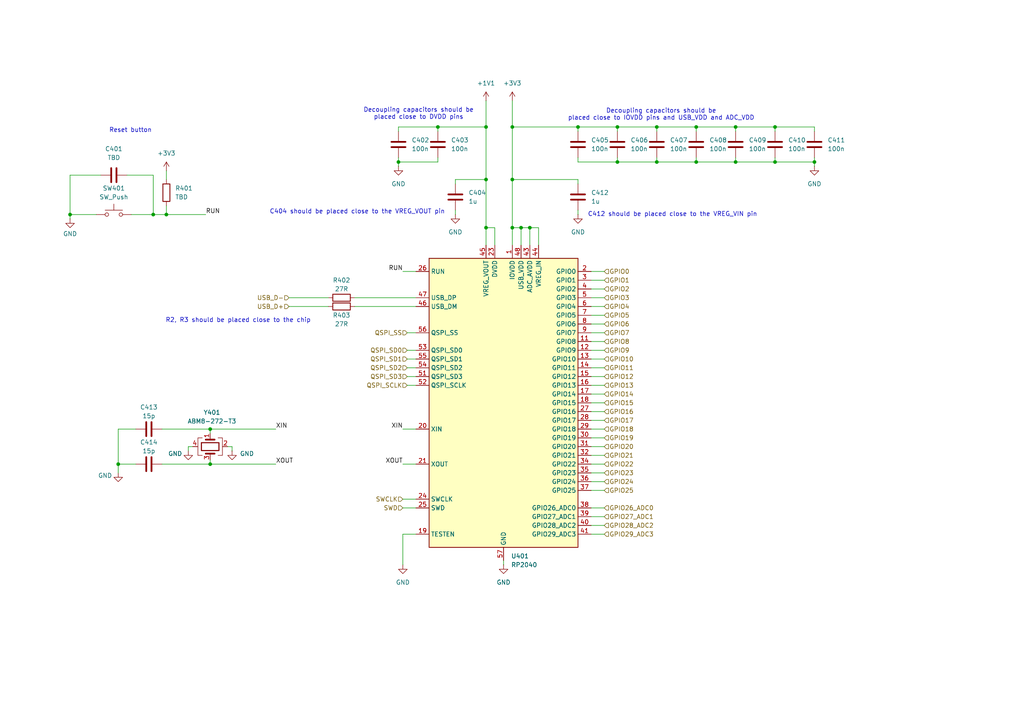
<source format=kicad_sch>
(kicad_sch (version 20231120) (generator "eeschema") (generator_version "8.0")
  (paper "A4")
  (title_block (title "rp2040"))
  (lib_symbols
    (symbol "Device:C" (pin_numbers hide) (pin_names (offset 0.254))
      (property "Reference" "C" (at 0.635 2.54 0))
      (property "Value" "C" (at 0.635 -2.54 0))
      (symbol "C_0_1"
        (polyline (pts (xy -2.032 -0.762) (xy 2.032 -0.762)) (stroke (width 0.508)))
        (polyline (pts (xy -2.032 0.762) (xy 2.032 0.762)) (stroke (width 0.508)))
      )
      (symbol "C_1_1"
        (pin passive line (at 0 3.81 270) (length 2.794) (name "~") (number "1"))
        (pin passive line (at 0 -3.81 90) (length 2.794) (name "~") (number "2"))
      )
    )
    (symbol "Device:Crystal_GND24" (pin_names (offset 1.016) hide)
      (property "Reference" "Y" (at 3.175 5.08 0))
      (property "Value" "Crystal_GND24" (at 3.175 3.175 0))
      (symbol "Crystal_GND24_0_1"
        (rectangle (start -1.143 2.54) (end 1.143 -2.54) (stroke (width 0.3048)))
        (polyline (pts (xy -2.54 0) (xy -2.032 0)))
        (polyline (pts (xy -2.032 -1.27) (xy -2.032 1.27)) (stroke (width 0.508)))
        (polyline (pts (xy 0 -3.81) (xy 0 -3.556)))
        (polyline (pts (xy 0 3.556) (xy 0 3.81)))
        (polyline (pts (xy 2.032 -1.27) (xy 2.032 1.27)) (stroke (width 0.508)))
        (polyline (pts (xy 2.032 0) (xy 2.54 0)))
        (polyline (pts (xy -2.54 -2.286) (xy -2.54 -3.556) (xy 2.54 -3.556) (xy 2.54 -2.286)))
        (polyline (pts (xy -2.54 2.286) (xy -2.54 3.556) (xy 2.54 3.556) (xy 2.54 2.286)))
      )
      (symbol "Crystal_GND24_1_1"
        (pin passive line (at -3.81 0 0) (length 1.27) (name "1") (number "1"))
        (pin passive line (at 0 5.08 270) (length 1.27) (name "2") (number "2"))
        (pin passive line (at 3.81 0 180) (length 1.27) (name "3") (number "3"))
        (pin passive line (at 0 -5.08 90) (length 1.27) (name "4") (number "4"))
      )
    )
    (symbol "Device:R" (pin_numbers hide) (pin_names (offset 0))
      (property "Reference" "R" (at 2.032 0 90))
      (property "Value" "R" (at 0 0 90))
      (symbol "R_0_1"
        (rectangle (start -1.016 -2.54) (end 1.016 2.54) (stroke (width 0.254)))
      )
      (symbol "R_1_1"
        (pin passive line (at 0 3.81 270) (length 1.27) (name "~") (number "1"))
        (pin passive line (at 0 -3.81 90) (length 1.27) (name "~") (number "2"))
      )
    )
    (symbol "MCU_RaspberryPi:RP2040"
      (property "Reference" "U" (at 17.78 45.72 0))
      (property "Value" "RP2040" (at 17.78 43.18 0))
      (symbol "RP2040_0_1"
        (rectangle (start -21.59 41.91) (end 21.59 -41.91) (stroke (width 0.254)) (fill (type background)))
      )
      (symbol "RP2040_1_1"
        (pin power_in line (at 2.54 45.72 270) (length 3.81) (name "IOVDD") (number "1"))
        (pin passive line (at 2.54 45.72 270) (length 3.81) hide (name "IOVDD") (number "10"))
        (pin bidirectional line (at 25.4 17.78 180) (length 3.81) (name "GPIO8") (number "11"))
        (pin bidirectional line (at 25.4 15.24 180) (length 3.81) (name "GPIO9") (number "12"))
        (pin bidirectional line (at 25.4 12.7 180) (length 3.81) (name "GPIO10") (number "13"))
        (pin bidirectional line (at 25.4 10.16 180) (length 3.81) (name "GPIO11") (number "14"))
        (pin bidirectional line (at 25.4 7.62 180) (length 3.81) (name "GPIO12") (number "15"))
        (pin bidirectional line (at 25.4 5.08 180) (length 3.81) (name "GPIO13") (number "16"))
        (pin bidirectional line (at 25.4 2.54 180) (length 3.81) (name "GPIO14") (number "17"))
        (pin bidirectional line (at 25.4 0 180) (length 3.81) (name "GPIO15") (number "18"))
        (pin input line (at -25.4 -38.1 0) (length 3.81) (name "TESTEN") (number "19"))
        (pin bidirectional line (at 25.4 38.1 180) (length 3.81) (name "GPIO0") (number "2"))
        (pin input line (at -25.4 -7.62 0) (length 3.81) (name "XIN") (number "20"))
        (pin passive line (at -25.4 -17.78 0) (length 3.81) (name "XOUT") (number "21"))
        (pin passive line (at 2.54 45.72 270) (length 3.81) hide (name "IOVDD") (number "22"))
        (pin power_in line (at -2.54 45.72 270) (length 3.81) (name "DVDD") (number "23"))
        (pin input line (at -25.4 -27.94 0) (length 3.81) (name "SWCLK") (number "24"))
        (pin bidirectional line (at -25.4 -30.48 0) (length 3.81) (name "SWD") (number "25"))
        (pin input line (at -25.4 38.1 0) (length 3.81) (name "RUN") (number "26"))
        (pin bidirectional line (at 25.4 -2.54 180) (length 3.81) (name "GPIO16") (number "27"))
        (pin bidirectional line (at 25.4 -5.08 180) (length 3.81) (name "GPIO17") (number "28"))
        (pin bidirectional line (at 25.4 -7.62 180) (length 3.81) (name "GPIO18") (number "29"))
        (pin bidirectional line (at 25.4 35.56 180) (length 3.81) (name "GPIO1") (number "3"))
        (pin bidirectional line (at 25.4 -10.16 180) (length 3.81) (name "GPIO19") (number "30"))
        (pin bidirectional line (at 25.4 -12.7 180) (length 3.81) (name "GPIO20") (number "31"))
        (pin bidirectional line (at 25.4 -15.24 180) (length 3.81) (name "GPIO21") (number "32"))
        (pin passive line (at 2.54 45.72 270) (length 3.81) hide (name "IOVDD") (number "33"))
        (pin bidirectional line (at 25.4 -17.78 180) (length 3.81) (name "GPIO22") (number "34"))
        (pin bidirectional line (at 25.4 -20.32 180) (length 3.81) (name "GPIO23") (number "35"))
        (pin bidirectional line (at 25.4 -22.86 180) (length 3.81) (name "GPIO24") (number "36"))
        (pin bidirectional line (at 25.4 -25.4 180) (length 3.81) (name "GPIO25") (number "37"))
        (pin bidirectional line (at 25.4 -30.48 180) (length 3.81) (name "GPIO26_ADC0") (number "38"))
        (pin bidirectional line (at 25.4 -33.02 180) (length 3.81) (name "GPIO27_ADC1") (number "39"))
        (pin bidirectional line (at 25.4 33.02 180) (length 3.81) (name "GPIO2") (number "4"))
        (pin bidirectional line (at 25.4 -35.56 180) (length 3.81) (name "GPIO28_ADC2") (number "40"))
        (pin bidirectional line (at 25.4 -38.1 180) (length 3.81) (name "GPIO29_ADC3") (number "41"))
        (pin passive line (at 2.54 45.72 270) (length 3.81) hide (name "IOVDD") (number "42"))
        (pin power_in line (at 7.62 45.72 270) (length 3.81) (name "ADC_AVDD") (number "43"))
        (pin power_in line (at 10.16 45.72 270) (length 3.81) (name "VREG_IN") (number "44"))
        (pin power_out line (at -5.08 45.72 270) (length 3.81) (name "VREG_VOUT") (number "45"))
        (pin bidirectional line (at -25.4 27.94 0) (length 3.81) (name "USB_DM") (number "46"))
        (pin bidirectional line (at -25.4 30.48 0) (length 3.81) (name "USB_DP") (number "47"))
        (pin power_in line (at 5.08 45.72 270) (length 3.81) (name "USB_VDD") (number "48"))
        (pin passive line (at 2.54 45.72 270) (length 3.81) hide (name "IOVDD") (number "49"))
        (pin bidirectional line (at 25.4 30.48 180) (length 3.81) (name "GPIO3") (number "5"))
        (pin passive line (at -2.54 45.72 270) (length 3.81) hide (name "DVDD") (number "50"))
        (pin bidirectional line (at -25.4 7.62 0) (length 3.81) (name "QSPI_SD3") (number "51"))
        (pin output line (at -25.4 5.08 0) (length 3.81) (name "QSPI_SCLK") (number "52"))
        (pin bidirectional line (at -25.4 15.24 0) (length 3.81) (name "QSPI_SD0") (number "53"))
        (pin bidirectional line (at -25.4 10.16 0) (length 3.81) (name "QSPI_SD2") (number "54"))
        (pin bidirectional line (at -25.4 12.7 0) (length 3.81) (name "QSPI_SD1") (number "55"))
        (pin bidirectional line (at -25.4 20.32 0) (length 3.81) (name "QSPI_SS") (number "56"))
        (pin power_in line (at 0 -45.72 90) (length 3.81) (name "GND") (number "57"))
        (pin bidirectional line (at 25.4 27.94 180) (length 3.81) (name "GPIO4") (number "6"))
        (pin bidirectional line (at 25.4 25.4 180) (length 3.81) (name "GPIO5") (number "7"))
        (pin bidirectional line (at 25.4 22.86 180) (length 3.81) (name "GPIO6") (number "8"))
        (pin bidirectional line (at 25.4 20.32 180) (length 3.81) (name "GPIO7") (number "9"))
      )
    )
    (symbol "Switch:SW_Push" (pin_numbers hide) (pin_names (offset 1.016) hide)
      (property "Reference" "SW" (at 1.27 2.54 0))
      (property "Value" "SW_Push" (at 0 -1.524 0))
      (symbol "SW_Push_0_1"
        (circle (center -2.032 0) (radius 0.508))
        (polyline (pts (xy 0 1.27) (xy 0 3.048)))
        (polyline (pts (xy 2.54 1.27) (xy -2.54 1.27)))
        (circle (center 2.032 0) (radius 0.508))
        (pin passive line (at -5.08 0 0) (length 2.54) (name "1") (number "1"))
        (pin passive line (at 5.08 0 180) (length 2.54) (name "2") (number "2"))
      )
    )
    (symbol "power:+1V1" (power) (pin_numbers hide) (pin_names (offset 0) hide)
      (property "Value" "+1V1" (at 0 3.556 0))
      (symbol "+1V1_0_1"
        (polyline (pts (xy -0.762 1.27) (xy 0 2.54)))
        (polyline (pts (xy 0 0) (xy 0 2.54)))
        (polyline (pts (xy 0 2.54) (xy 0.762 1.27)))
      )
      (symbol "+1V1_1_1"
        (pin power_in line (at 0 0 90) (length 0) (name "~") (number "1"))
      )
    )
    (symbol "power:+3V3" (power) (pin_numbers hide) (pin_names (offset 0) hide)
      (property "Value" "+3V3" (at 0 3.556 0))
      (symbol "+3V3_0_1"
        (polyline (pts (xy -0.762 1.27) (xy 0 2.54)))
        (polyline (pts (xy 0 0) (xy 0 2.54)))
        (polyline (pts (xy 0 2.54) (xy 0.762 1.27)))
      )
      (symbol "+3V3_1_1"
        (pin power_in line (at 0 0 90) (length 0) (name "~") (number "1"))
      )
    )
    (symbol "power:GND" (power) (pin_numbers hide) (pin_names (offset 0) hide)
      (property "Value" "GND" (at 0 -3.81 0))
      (symbol "GND_0_1"
        (polyline (pts (xy 0 0) (xy 0 -1.27) (xy 1.27 -1.27) (xy 0 -2.54) (xy -1.27 -1.27) (xy 0 -1.27)))
      )
      (symbol "GND_1_1"
        (pin power_in line (at 0 0 270) (length 0) (name "~") (number "1"))
      )
    )
  )
  (junction (at 148.59 36.83))
  (junction (at 48.26 62.23))
  (junction (at 20.32 62.23))
  (junction (at 140.97 36.83))
  (junction (at 148.59 66.04))
  (junction (at 153.67 66.04))
  (junction (at 34.29 134.62))
  (junction (at 44.45 62.23))
  (junction (at 201.93 36.83))
  (junction (at 115.57 46.99))
  (junction (at 179.07 36.83))
  (junction (at 179.07 46.99))
  (junction (at 60.96 134.62))
  (junction (at 140.97 52.07))
  (junction (at 167.64 36.83))
  (junction (at 151.13 66.04))
  (junction (at 190.5 36.83))
  (junction (at 140.97 66.04))
  (junction (at 213.36 36.83))
  (junction (at 60.96 124.46))
  (junction (at 236.22 46.99))
  (junction (at 224.79 36.83))
  (junction (at 148.59 52.07))
  (junction (at 127 36.83))
  (junction (at 213.36 46.99))
  (junction (at 224.79 46.99))
  (junction (at 201.93 46.99))
  (junction (at 190.5 46.99))
  (wire (pts (xy 175.26 134.62) (xy 171.45 134.62)))
  (wire (pts (xy 175.26 129.54) (xy 171.45 129.54)))
  (wire (pts (xy 148.59 52.07) (xy 167.64 52.07)))
  (wire (pts (xy 60.96 134.62) (xy 80.01 134.62)))
  (wire (pts (xy 236.22 46.99) (xy 224.79 46.99)))
  (wire (pts (xy 156.21 66.04) (xy 156.21 71.12)))
  (wire (pts (xy 116.84 154.94) (xy 120.65 154.94)))
  (wire (pts (xy 175.26 111.76) (xy 171.45 111.76)))
  (wire (pts (xy 167.64 52.07) (xy 167.64 53.34)))
  (wire (pts (xy 20.32 62.23) (xy 27.94 62.23)))
  (wire (pts (xy 34.29 124.46) (xy 34.29 134.62)))
  (wire (pts (xy 213.36 45.72) (xy 213.36 46.99)))
  (wire (pts (xy 148.59 36.83) (xy 148.59 52.07)))
  (wire (pts (xy 67.31 129.54) (xy 67.31 130.81)))
  (wire (pts (xy 190.5 45.72) (xy 190.5 46.99)))
  (wire (pts (xy 175.26 99.06) (xy 171.45 99.06)))
  (wire (pts (xy 140.97 52.07) (xy 132.08 52.07)))
  (wire (pts (xy 115.57 46.99) (xy 127 46.99)))
  (wire (pts (xy 127 45.72) (xy 127 46.99)))
  (wire (pts (xy 167.64 46.99) (xy 179.07 46.99)))
  (wire (pts (xy 179.07 36.83) (xy 179.07 38.1)))
  (wire (pts (xy 175.26 109.22) (xy 171.45 109.22)))
  (wire (pts (xy 115.57 45.72) (xy 115.57 46.99)))
  (wire (pts (xy 236.22 46.99) (xy 236.22 48.26)))
  (wire (pts (xy 167.64 36.83) (xy 179.07 36.83)))
  (wire (pts (xy 118.11 101.6) (xy 120.65 101.6)))
  (wire (pts (xy 116.84 144.78) (xy 120.65 144.78)))
  (wire (pts (xy 167.64 45.72) (xy 167.64 46.99)))
  (wire (pts (xy 175.26 81.28) (xy 171.45 81.28)))
  (wire (pts (xy 132.08 52.07) (xy 132.08 53.34)))
  (wire (pts (xy 102.87 86.36) (xy 120.65 86.36)))
  (wire (pts (xy 175.26 91.44) (xy 171.45 91.44)))
  (wire (pts (xy 213.36 36.83) (xy 224.79 36.83)))
  (wire (pts (xy 175.26 106.68) (xy 171.45 106.68)))
  (wire (pts (xy 148.59 66.04) (xy 151.13 66.04)))
  (wire (pts (xy 116.84 78.74) (xy 120.65 78.74)))
  (wire (pts (xy 167.64 38.1) (xy 167.64 36.83)))
  (wire (pts (xy 175.26 96.52) (xy 171.45 96.52)))
  (wire (pts (xy 224.79 36.83) (xy 224.79 38.1)))
  (wire (pts (xy 236.22 46.99) (xy 236.22 45.72)))
  (wire (pts (xy 140.97 36.83) (xy 140.97 52.07)))
  (wire (pts (xy 175.26 114.3) (xy 171.45 114.3)))
  (wire (pts (xy 201.93 45.72) (xy 201.93 46.99)))
  (wire (pts (xy 153.67 66.04) (xy 153.67 71.12)))
  (wire (pts (xy 175.26 147.32) (xy 171.45 147.32)))
  (wire (pts (xy 46.99 134.62) (xy 60.96 134.62)))
  (wire (pts (xy 60.96 133.35) (xy 60.96 134.62)))
  (wire (pts (xy 175.26 101.6) (xy 171.45 101.6)))
  (wire (pts (xy 175.26 88.9) (xy 171.45 88.9)))
  (wire (pts (xy 54.61 129.54) (xy 54.61 130.81)))
  (wire (pts (xy 201.93 36.83) (xy 201.93 38.1)))
  (wire (pts (xy 179.07 46.99) (xy 190.5 46.99)))
  (wire (pts (xy 132.08 60.96) (xy 132.08 62.23)))
  (wire (pts (xy 116.84 147.32) (xy 120.65 147.32)))
  (wire (pts (xy 236.22 36.83) (xy 236.22 38.1)))
  (wire (pts (xy 55.88 129.54) (xy 54.61 129.54)))
  (wire (pts (xy 44.45 50.8) (xy 44.45 62.23)))
  (wire (pts (xy 34.29 134.62) (xy 39.37 134.62)))
  (wire (pts (xy 148.59 52.07) (xy 148.59 66.04)))
  (wire (pts (xy 175.26 142.24) (xy 171.45 142.24)))
  (wire (pts (xy 20.32 63.5) (xy 20.32 62.23)))
  (wire (pts (xy 102.87 88.9) (xy 120.65 88.9)))
  (wire (pts (xy 148.59 66.04) (xy 148.59 71.12)))
  (wire (pts (xy 118.11 111.76) (xy 120.65 111.76)))
  (wire (pts (xy 146.05 163.83) (xy 146.05 162.56)))
  (wire (pts (xy 175.26 132.08) (xy 171.45 132.08)))
  (wire (pts (xy 175.26 83.82) (xy 171.45 83.82)))
  (wire (pts (xy 48.26 59.69) (xy 48.26 62.23)))
  (wire (pts (xy 175.26 124.46) (xy 171.45 124.46)))
  (wire (pts (xy 156.21 66.04) (xy 153.67 66.04)))
  (wire (pts (xy 66.04 129.54) (xy 67.31 129.54)))
  (wire (pts (xy 44.45 62.23) (xy 48.26 62.23)))
  (wire (pts (xy 39.37 124.46) (xy 34.29 124.46)))
  (wire (pts (xy 213.36 46.99) (xy 224.79 46.99)))
  (wire (pts (xy 153.67 66.04) (xy 151.13 66.04)))
  (wire (pts (xy 224.79 36.83) (xy 236.22 36.83)))
  (wire (pts (xy 213.36 36.83) (xy 213.36 38.1)))
  (wire (pts (xy 179.07 36.83) (xy 190.5 36.83)))
  (wire (pts (xy 201.93 36.83) (xy 213.36 36.83)))
  (wire (pts (xy 148.59 29.21) (xy 148.59 36.83)))
  (wire (pts (xy 127 36.83) (xy 127 38.1)))
  (wire (pts (xy 175.26 119.38) (xy 171.45 119.38)))
  (wire (pts (xy 151.13 66.04) (xy 151.13 71.12)))
  (wire (pts (xy 118.11 109.22) (xy 120.65 109.22)))
  (wire (pts (xy 175.26 139.7) (xy 171.45 139.7)))
  (wire (pts (xy 140.97 66.04) (xy 143.51 66.04)))
  (wire (pts (xy 175.26 104.14) (xy 171.45 104.14)))
  (wire (pts (xy 36.83 50.8) (xy 44.45 50.8)))
  (wire (pts (xy 118.11 104.14) (xy 120.65 104.14)))
  (wire (pts (xy 175.26 154.94) (xy 171.45 154.94)))
  (wire (pts (xy 224.79 46.99) (xy 224.79 45.72)))
  (wire (pts (xy 83.82 86.36) (xy 95.25 86.36)))
  (wire (pts (xy 38.1 62.23) (xy 44.45 62.23)))
  (wire (pts (xy 140.97 71.12) (xy 140.97 66.04)))
  (wire (pts (xy 140.97 36.83) (xy 127 36.83)))
  (wire (pts (xy 143.51 66.04) (xy 143.51 71.12)))
  (wire (pts (xy 60.96 124.46) (xy 80.01 124.46)))
  (wire (pts (xy 115.57 46.99) (xy 115.57 48.26)))
  (wire (pts (xy 175.26 86.36) (xy 171.45 86.36)))
  (wire (pts (xy 175.26 137.16) (xy 171.45 137.16)))
  (wire (pts (xy 190.5 46.99) (xy 201.93 46.99)))
  (wire (pts (xy 175.26 127) (xy 171.45 127)))
  (wire (pts (xy 48.26 62.23) (xy 59.69 62.23)))
  (wire (pts (xy 116.84 124.46) (xy 120.65 124.46)))
  (wire (pts (xy 29.21 50.8) (xy 20.32 50.8)))
  (wire (pts (xy 46.99 124.46) (xy 60.96 124.46)))
  (wire (pts (xy 175.26 152.4) (xy 171.45 152.4)))
  (wire (pts (xy 140.97 29.21) (xy 140.97 36.83)))
  (wire (pts (xy 118.11 96.52) (xy 120.65 96.52)))
  (wire (pts (xy 20.32 50.8) (xy 20.32 62.23)))
  (wire (pts (xy 175.26 121.92) (xy 171.45 121.92)))
  (wire (pts (xy 116.84 134.62) (xy 120.65 134.62)))
  (wire (pts (xy 48.26 49.53) (xy 48.26 52.07)))
  (wire (pts (xy 175.26 116.84) (xy 171.45 116.84)))
  (wire (pts (xy 140.97 52.07) (xy 140.97 66.04)))
  (wire (pts (xy 83.82 88.9) (xy 95.25 88.9)))
  (wire (pts (xy 127 36.83) (xy 115.57 36.83)))
  (wire (pts (xy 201.93 46.99) (xy 213.36 46.99)))
  (wire (pts (xy 179.07 45.72) (xy 179.07 46.99)))
  (wire (pts (xy 175.26 78.74) (xy 171.45 78.74)))
  (wire (pts (xy 190.5 36.83) (xy 190.5 38.1)))
  (wire (pts (xy 167.64 60.96) (xy 167.64 62.23)))
  (wire (pts (xy 118.11 106.68) (xy 120.65 106.68)))
  (wire (pts (xy 60.96 125.73) (xy 60.96 124.46)))
  (wire (pts (xy 148.59 36.83) (xy 167.64 36.83)))
  (wire (pts (xy 190.5 36.83) (xy 201.93 36.83)))
  (wire (pts (xy 116.84 163.83) (xy 116.84 154.94)))
  (wire (pts (xy 175.26 149.86) (xy 171.45 149.86)))
  (wire (pts (xy 115.57 36.83) (xy 115.57 38.1)))
  (wire (pts (xy 175.26 93.98) (xy 171.45 93.98)))
  (wire (pts (xy 34.29 134.62) (xy 34.29 137.16)))
  (text "C412 should be placed close to the VREG_VIN pin" (at 195.072 62.23 0) (effects (font (size 1.27 1.27))))
  (text "Decoupling capacitors should be\nplaced close to DVDD pins" (at 121.412 33.02 0) (effects (font (size 1.27 1.27))))
  (text "Reset button" (at 37.846 37.846 0) (effects (font (size 1.27 1.27))))
  (text "R2, R3 should be placed close to the chip" (at 69.088 92.964 0) (effects (font (size 1.27 1.27))))
  (text "Decoupling capacitors should be\nplaced close to IOVDD pins and USB_VDD and ADC_VDD" (at 191.77 33.274 0) (effects (font (size 1.27 1.27))))
  (text "C404 should be placed close to the VREG_VOUT pin" (at 103.632 61.468 0) (effects (font (size 1.27 1.27))))
  (label "XOUT" (at 116.84 134.62 180))
  (label "XIN" (at 116.84 124.46 180))
  (label "RUN" (at 116.84 78.74 180))
  (label "RUN" (at 59.69 62.23 0))
  (label "XOUT" (at 80.01 134.62 0))
  (label "XIN" (at 80.01 124.46 0))
  (hierarchical_label "USB_D-" (shape input) (at 83.82 86.36 180))
  (hierarchical_label "GPIO0" (shape input) (at 175.26 78.74 0))
  (hierarchical_label "GPIO25" (shape input) (at 175.26 142.24 0))
  (hierarchical_label "GPIO6" (shape input) (at 175.26 93.98 0))
  (hierarchical_label "GPIO22" (shape input) (at 175.26 134.62 0))
  (hierarchical_label "GPIO18" (shape input) (at 175.26 124.46 0))
  (hierarchical_label "GPIO4" (shape input) (at 175.26 88.9 0))
  (hierarchical_label "GPIO19" (shape input) (at 175.26 127 0))
  (hierarchical_label "QSPI_SD1" (shape input) (at 118.11 104.14 180))
  (hierarchical_label "GPIO14" (shape input) (at 175.26 114.3 0))
  (hierarchical_label "GPIO17" (shape input) (at 175.26 121.92 0))
  (hierarchical_label "GPIO12" (shape input) (at 175.26 109.22 0))
  (hierarchical_label "QSPI_SD3" (shape input) (at 118.11 109.22 180))
  (hierarchical_label "USB_D+" (shape input) (at 83.82 88.9 180))
  (hierarchical_label "GPIO8" (shape input) (at 175.26 99.06 0))
  (hierarchical_label "QSPI_SS" (shape input) (at 118.11 96.52 180))
  (hierarchical_label "GPIO13" (shape input) (at 175.26 111.76 0))
  (hierarchical_label "GPIO7" (shape input) (at 175.26 96.52 0))
  (hierarchical_label "SWCLK" (shape input) (at 116.84 144.78 180))
  (hierarchical_label "GPIO2" (shape input) (at 175.26 83.82 0))
  (hierarchical_label "GPIO10" (shape input) (at 175.26 104.14 0))
  (hierarchical_label "GPIO29_ADC3" (shape input) (at 175.26 154.94 0))
  (hierarchical_label "GPIO11" (shape input) (at 175.26 106.68 0))
  (hierarchical_label "GPIO15" (shape input) (at 175.26 116.84 0))
  (hierarchical_label "GPIO24" (shape input) (at 175.26 139.7 0))
  (hierarchical_label "SWD" (shape input) (at 116.84 147.32 180))
  (hierarchical_label "QSPI_SCLK" (shape input) (at 118.11 111.76 180))
  (hierarchical_label "GPIO20" (shape input) (at 175.26 129.54 0))
  (hierarchical_label "QSPI_SD0" (shape input) (at 118.11 101.6 180))
  (hierarchical_label "GPIO21" (shape input) (at 175.26 132.08 0))
  (hierarchical_label "GPIO16" (shape input) (at 175.26 119.38 0))
  (hierarchical_label "GPIO28_ADC2" (shape input) (at 175.26 152.4 0))
  (hierarchical_label "GPIO9" (shape input) (at 175.26 101.6 0))
  (hierarchical_label "GPIO23" (shape input) (at 175.26 137.16 0))
  (hierarchical_label "QSPI_SD2" (shape input) (at 118.11 106.68 180))
  (hierarchical_label "GPIO27_ADC1" (shape input) (at 175.26 149.86 0))
  (hierarchical_label "GPIO3" (shape input) (at 175.26 86.36 0))
  (hierarchical_label "GPIO5" (shape input) (at 175.26 91.44 0))
  (hierarchical_label "GPIO26_ADC0" (shape input) (at 175.26 147.32 0))
  (hierarchical_label "GPIO1" (shape input) (at 175.26 81.28 0))
  (symbol (lib_id "Device:C") (at 224.79 41.91 0) (unit 1)
    (property "Reference" "C410" (at 228.6 40.6399 0) (effects (justify left)))
    (property "Value" "100n" (at 228.6 43.1799 0) (effects (justify left)))
    (property "Footprint" "Capacitor_SMD:C_1210_3225Metric_Pad1.33x2.70mm_HandSolder" (effects (hide yes)))
    (property "Description" "Unpolarized capacitor" (effects (hide yes)))
  )
  (symbol (lib_id "Device:C") (at 43.18 124.46 90) (unit 1)
    (property "Reference" "C413" (at 43.18 118.11 90))
    (property "Value" "15p" (at 43.18 120.65 90))
    (property "Footprint" "Capacitor_SMD:C_1210_3225Metric_Pad1.33x2.70mm_HandSolder" (effects (hide yes)))
    (property "Description" "Unpolarized capacitor" (effects (hide yes)))
  )
  (symbol (lib_id "Device:R") (at 99.06 88.9 90) (unit 1)
    (property "Reference" "R403" (at 99.06 91.44 90))
    (property "Value" "27R" (at 99.06 93.98 90))
    (property "Footprint" "Resistor_SMD:R_1210_3225Metric_Pad1.30x2.65mm_HandSolder" (effects (hide yes)))
    (property "Description" "Resistor" (effects (hide yes)))
  )
  (symbol (lib_id "power:GND") (at 67.31 130.81 0) (unit 1)
    (property "Reference" "#PWR06" (effects (hide yes)))
    (property "Value" "GND" (at 71.628 131.572 0))
    (property "Description" "Power symbol creates a global label with name \"GND\" , ground" (effects (hide yes)))
  )
  (symbol (lib_id "power:+3V3") (at 148.59 29.21 0) (unit 1)
    (property "Reference" "#PWR021" (effects (hide yes)))
    (property "Value" "+3V3" (at 148.59 24.13 0))
    (property "Description" "Power symbol creates a global label with name \"+3V3\"" (effects (hide yes)))
  )
  (symbol (lib_id "power:GND") (at 115.57 48.26 0) (unit 1)
    (property "Reference" "#PWR07" (effects (hide yes)))
    (property "Value" "GND" (at 115.57 53.34 0))
    (property "Description" "Power symbol creates a global label with name \"GND\" , ground" (effects (hide yes)))
  )
  (symbol (lib_id "Device:R") (at 48.26 55.88 0) (unit 1)
    (property "Reference" "R401" (at 50.8 54.6099 0) (effects (justify left)))
    (property "Value" "TBD" (at 50.8 57.1499 0) (effects (justify left)))
    (property "Footprint" "Resistor_SMD:R_1210_3225Metric_Pad1.30x2.65mm_HandSolder" (effects (hide yes)))
    (property "Description" "Resistor" (effects (hide yes)))
  )
  (symbol (lib_id "Device:C") (at 190.5 41.91 0) (unit 1)
    (property "Reference" "C407" (at 194.31 40.6399 0) (effects (justify left)))
    (property "Value" "100n" (at 194.31 43.1799 0) (effects (justify left)))
    (property "Footprint" "Capacitor_SMD:C_1210_3225Metric_Pad1.33x2.70mm_HandSolder" (effects (hide yes)))
    (property "Description" "Unpolarized capacitor" (effects (hide yes)))
  )
  (symbol (lib_id "power:+3V3") (at 48.26 49.53 0) (unit 1)
    (property "Reference" "#PWR05" (effects (hide yes)))
    (property "Value" "+3V3" (at 48.26 44.45 0))
    (property "Description" "Power symbol creates a global label with name \"+3V3\"" (effects (hide yes)))
  )
  (symbol (lib_id "Device:C") (at 236.22 41.91 0) (unit 1)
    (property "Reference" "C411" (at 240.03 40.6399 0) (effects (justify left)))
    (property "Value" "100n" (at 240.03 43.1799 0) (effects (justify left)))
    (property "Footprint" "Capacitor_SMD:C_1210_3225Metric_Pad1.33x2.70mm_HandSolder" (effects (hide yes)))
    (property "Description" "Unpolarized capacitor" (effects (hide yes)))
  )
  (symbol (lib_id "power:GND") (at 132.08 62.23 0) (unit 1)
    (property "Reference" "#PWR08" (effects (hide yes)))
    (property "Value" "GND" (at 132.08 67.31 0))
    (property "Description" "Power symbol creates a global label with name \"GND\" , ground" (effects (hide yes)))
  )
  (symbol (lib_id "Device:R") (at 99.06 86.36 90) (unit 1)
    (property "Reference" "R402" (at 99.06 81.28 90))
    (property "Value" "27R" (at 99.06 83.82 90))
    (property "Footprint" "Resistor_SMD:R_1210_3225Metric_Pad1.30x2.65mm_HandSolder" (effects (hide yes)))
    (property "Description" "Resistor" (effects (hide yes)))
  )
  (symbol (lib_id "Device:C") (at 167.64 57.15 0) (unit 1)
    (property "Reference" "C412" (at 171.45 55.8799 0) (effects (justify left)))
    (property "Value" "1u" (at 171.45 58.4199 0) (effects (justify left)))
    (property "Footprint" "Capacitor_SMD:C_1210_3225Metric_Pad1.33x2.70mm_HandSolder" (effects (hide yes)))
    (property "Description" "Unpolarized capacitor" (effects (hide yes)))
  )
  (symbol (lib_id "Device:Crystal_GND24") (at 60.96 129.54 270) (unit 1)
    (property "Reference" "Y401" (at 61.468 119.634 90))
    (property "Value" "ABM8-272-T3" (at 61.468 122.174 90))
    (property "Footprint" "Crystal:Crystal_SMD_3225-4Pin_3.2x2.5mm" (effects (hide yes)))
    (property "Datasheet" "https://www.mouser.fr/datasheet/2/3/ABM8_272_T3-3392615.pdf" (effects (hide yes)))
    (property "Description" "Four pin crystal, GND on pins 2 and 4" (effects (hide yes)))
    (property "Distributor link" "https://mou.sr/3QQLWJq" (effects (hide yes)))
  )
  (symbol (lib_id "power:GND") (at 20.32 63.5 0) (unit 1)
    (property "Reference" "#PWR01" (effects (hide yes)))
    (property "Value" "GND" (at 20.32 67.818 0))
    (property "Description" "Power symbol creates a global label with name \"GND\" , ground" (effects (hide yes)))
  )
  (symbol (lib_id "power:GND") (at 167.64 62.23 0) (unit 1)
    (property "Reference" "#PWR022" (effects (hide yes)))
    (property "Value" "GND" (at 167.64 67.31 0))
    (property "Description" "Power symbol creates a global label with name \"GND\" , ground" (effects (hide yes)))
  )
  (symbol (lib_id "power:GND") (at 116.84 163.83 0) (unit 1)
    (property "Reference" "#PWR019" (effects (hide yes)))
    (property "Value" "GND" (at 116.84 168.91 0))
    (property "Description" "Power symbol creates a global label with name \"GND\" , ground" (effects (hide yes)))
  )
  (symbol (lib_id "Device:C") (at 213.36 41.91 0) (unit 1)
    (property "Reference" "C409" (at 217.17 40.6399 0) (effects (justify left)))
    (property "Value" "100n" (at 217.17 43.1799 0) (effects (justify left)))
    (property "Footprint" "Capacitor_SMD:C_1210_3225Metric_Pad1.33x2.70mm_HandSolder" (effects (hide yes)))
    (property "Description" "Unpolarized capacitor" (effects (hide yes)))
  )
  (symbol (lib_id "Device:C") (at 127 41.91 0) (unit 1)
    (property "Reference" "C403" (at 130.81 40.6399 0) (effects (justify left)))
    (property "Value" "100n" (at 130.81 43.1799 0) (effects (justify left)))
    (property "Footprint" "Capacitor_SMD:C_1210_3225Metric_Pad1.33x2.70mm_HandSolder" (effects (hide yes)))
    (property "Description" "Unpolarized capacitor" (effects (hide yes)))
  )
  (symbol (lib_id "Device:C") (at 179.07 41.91 0) (unit 1)
    (property "Reference" "C406" (at 182.88 40.6399 0) (effects (justify left)))
    (property "Value" "100n" (at 182.88 43.1799 0) (effects (justify left)))
    (property "Footprint" "Capacitor_SMD:C_1210_3225Metric_Pad1.33x2.70mm_HandSolder" (effects (hide yes)))
    (property "Description" "Unpolarized capacitor" (effects (hide yes)))
  )
  (symbol (lib_id "Switch:SW_Push") (at 33.02 62.23 0) (unit 1)
    (property "Reference" "SW401" (at 33.02 54.61 0))
    (property "Value" "SW_Push" (at 33.02 57.15 0))
    (property "Footprint" "rp2040-devboard:SW_SPST_EVPBV" (effects (hide yes)))
    (property "Description" "Push button switch, generic, two pins" (effects (hide yes)))
    (property "Distributor link" "https://mou.sr/4aZdR1f" (effects (hide yes)))
  )
  (symbol (lib_id "power:GND") (at 54.61 130.81 0) (unit 1)
    (property "Reference" "#PWR04" (effects (hide yes)))
    (property "Value" "GND" (at 50.8 131.572 0))
    (property "Description" "Power symbol creates a global label with name \"GND\" , ground" (effects (hide yes)))
  )
  (symbol (lib_id "power:+1V1") (at 140.97 29.21 0) (unit 1)
    (property "Reference" "#PWR09" (effects (hide yes)))
    (property "Value" "+1V1" (at 140.97 24.13 0))
    (property "Description" "Power symbol creates a global label with name \"+1V1\"" (effects (hide yes)))
  )
  (symbol (lib_id "Device:C") (at 201.93 41.91 0) (unit 1)
    (property "Reference" "C408" (at 205.74 40.6399 0) (effects (justify left)))
    (property "Value" "100n" (at 205.74 43.1799 0) (effects (justify left)))
    (property "Footprint" "Capacitor_SMD:C_1210_3225Metric_Pad1.33x2.70mm_HandSolder" (effects (hide yes)))
    (property "Description" "Unpolarized capacitor" (effects (hide yes)))
  )
  (symbol (lib_id "Device:C") (at 167.64 41.91 0) (unit 1)
    (property "Reference" "C405" (at 171.45 40.6399 0) (effects (justify left)))
    (property "Value" "100n" (at 171.45 43.1799 0) (effects (justify left)))
    (property "Footprint" "Capacitor_SMD:C_1210_3225Metric_Pad1.33x2.70mm_HandSolder" (effects (hide yes)))
    (property "Description" "Unpolarized capacitor" (effects (hide yes)))
  )
  (symbol (lib_id "power:GND") (at 146.05 163.83 0) (unit 1)
    (property "Reference" "#PWR010" (effects (hide yes)))
    (property "Value" "GND" (at 146.05 168.91 0))
    (property "Description" "Power symbol creates a global label with name \"GND\" , ground" (effects (hide yes)))
  )
  (symbol (lib_id "MCU_RaspberryPi:RP2040") (at 146.05 116.84 0) (unit 1)
    (property "Reference" "U401" (at 148.2441 161.29 0) (effects (justify left)))
    (property "Value" "RP2040" (at 148.2441 163.83 0) (effects (justify left)))
    (property "Footprint" "Package_DFN_QFN:QFN-56-1EP_7x7mm_P0.4mm_EP3.2x3.2mm" (effects (hide yes)))
    (property "Datasheet" "https://datasheets.raspberrypi.com/rp2040/rp2040-datasheet.pdf" (effects (hide yes)))
    (property "Description" "A microcontroller by Raspberry Pi" (effects (hide yes)))
  )
  (symbol (lib_id "power:GND") (at 34.29 137.16 0) (unit 1)
    (property "Reference" "#PWR02" (effects (hide yes)))
    (property "Value" "GND" (at 30.48 137.922 0))
    (property "Description" "Power symbol creates a global label with name \"GND\" , ground" (effects (hide yes)))
  )
  (symbol (lib_id "Device:C") (at 43.18 134.62 90) (unit 1)
    (property "Reference" "C414" (at 43.18 128.27 90))
    (property "Value" "15p" (at 43.18 130.81 90))
    (property "Footprint" "Capacitor_SMD:C_1210_3225Metric_Pad1.33x2.70mm_HandSolder" (effects (hide yes)))
    (property "Description" "Unpolarized capacitor" (effects (hide yes)))
  )
  (symbol (lib_id "Device:C") (at 33.02 50.8 90) (unit 1)
    (property "Reference" "C401" (at 33.02 43.18 90))
    (property "Value" "TBD" (at 33.02 45.72 90))
    (property "Footprint" "Capacitor_SMD:C_1210_3225Metric_Pad1.33x2.70mm_HandSolder" (effects (hide yes)))
    (property "Description" "Unpolarized capacitor" (effects (hide yes)))
  )
  (symbol (lib_id "Device:C") (at 132.08 57.15 0) (unit 1)
    (property "Reference" "C404" (at 135.89 55.8799 0) (effects (justify left)))
    (property "Value" "1u" (at 135.89 58.4199 0) (effects (justify left)))
    (property "Footprint" "Capacitor_SMD:C_1210_3225Metric_Pad1.33x2.70mm_HandSolder" (effects (hide yes)))
    (property "Description" "Unpolarized capacitor" (effects (hide yes)))
  )
  (symbol (lib_id "Device:C") (at 115.57 41.91 0) (unit 1)
    (property "Reference" "C402" (at 119.38 40.6399 0) (effects (justify left)))
    (property "Value" "100n" (at 119.38 43.1799 0) (effects (justify left)))
    (property "Footprint" "Capacitor_SMD:C_1210_3225Metric_Pad1.33x2.70mm_HandSolder" (effects (hide yes)))
    (property "Description" "Unpolarized capacitor" (effects (hide yes)))
  )
  (symbol (lib_id "power:GND") (at 236.22 48.26 0) (unit 1)
    (property "Reference" "#PWR023" (effects (hide yes)))
    (property "Value" "GND" (at 236.22 53.34 0))
    (property "Description" "Power symbol creates a global label with name \"GND\" , ground" (effects (hide yes)))
  )
)
</source>
